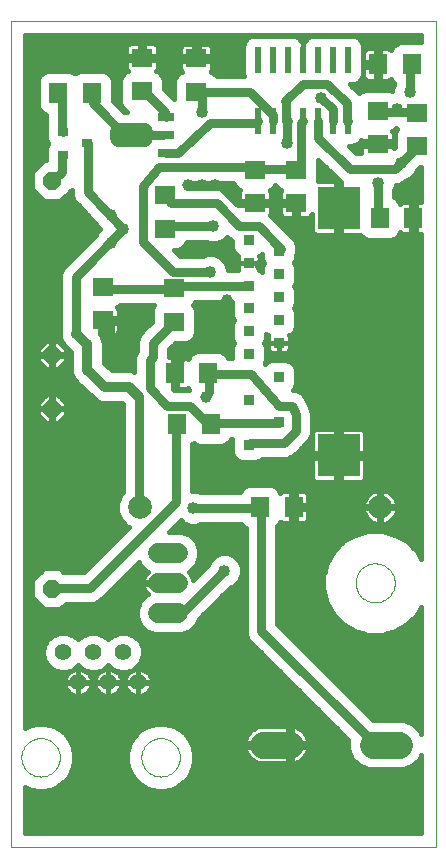
<source format=gtl>
G75*
%MOIN*%
%OFA0B0*%
%FSLAX24Y24*%
%IPPOS*%
%LPD*%
%AMOC8*
5,1,8,0,0,1.08239X$1,22.5*
%
%ADD10C,0.0000*%
%ADD11R,0.0630X0.0709*%
%ADD12R,0.0709X0.0630*%
%ADD13R,0.0710X0.0630*%
%ADD14R,0.0630X0.0710*%
%ADD15C,0.0787*%
%ADD16R,0.0357X0.0357*%
%ADD17C,0.0886*%
%ADD18OC8,0.0600*%
%ADD19C,0.0554*%
%ADD20R,0.0350X0.0310*%
%ADD21R,0.0551X0.0315*%
%ADD22R,0.0748X0.0315*%
%ADD23C,0.0600*%
%ADD24R,0.1424X0.1424*%
%ADD25R,0.0236X0.0866*%
%ADD26C,0.0660*%
%ADD27C,0.0300*%
%ADD28C,0.0400*%
%ADD29C,0.0396*%
%ADD30C,0.0320*%
%ADD31C,0.0160*%
%ADD32C,0.0181*%
D10*
X000200Y001920D02*
X000200Y029479D01*
X014374Y029479D01*
X014374Y001920D01*
X000200Y001920D01*
X000560Y004920D02*
X000562Y004970D01*
X000568Y005020D01*
X000578Y005069D01*
X000591Y005118D01*
X000609Y005165D01*
X000630Y005211D01*
X000654Y005254D01*
X000682Y005296D01*
X000713Y005336D01*
X000747Y005373D01*
X000784Y005407D01*
X000824Y005438D01*
X000866Y005466D01*
X000909Y005490D01*
X000955Y005511D01*
X001002Y005529D01*
X001051Y005542D01*
X001100Y005552D01*
X001150Y005558D01*
X001200Y005560D01*
X001250Y005558D01*
X001300Y005552D01*
X001349Y005542D01*
X001398Y005529D01*
X001445Y005511D01*
X001491Y005490D01*
X001534Y005466D01*
X001576Y005438D01*
X001616Y005407D01*
X001653Y005373D01*
X001687Y005336D01*
X001718Y005296D01*
X001746Y005254D01*
X001770Y005211D01*
X001791Y005165D01*
X001809Y005118D01*
X001822Y005069D01*
X001832Y005020D01*
X001838Y004970D01*
X001840Y004920D01*
X001838Y004870D01*
X001832Y004820D01*
X001822Y004771D01*
X001809Y004722D01*
X001791Y004675D01*
X001770Y004629D01*
X001746Y004586D01*
X001718Y004544D01*
X001687Y004504D01*
X001653Y004467D01*
X001616Y004433D01*
X001576Y004402D01*
X001534Y004374D01*
X001491Y004350D01*
X001445Y004329D01*
X001398Y004311D01*
X001349Y004298D01*
X001300Y004288D01*
X001250Y004282D01*
X001200Y004280D01*
X001150Y004282D01*
X001100Y004288D01*
X001051Y004298D01*
X001002Y004311D01*
X000955Y004329D01*
X000909Y004350D01*
X000866Y004374D01*
X000824Y004402D01*
X000784Y004433D01*
X000747Y004467D01*
X000713Y004504D01*
X000682Y004544D01*
X000654Y004586D01*
X000630Y004629D01*
X000609Y004675D01*
X000591Y004722D01*
X000578Y004771D01*
X000568Y004820D01*
X000562Y004870D01*
X000560Y004920D01*
X004560Y004920D02*
X004562Y004970D01*
X004568Y005020D01*
X004578Y005069D01*
X004591Y005118D01*
X004609Y005165D01*
X004630Y005211D01*
X004654Y005254D01*
X004682Y005296D01*
X004713Y005336D01*
X004747Y005373D01*
X004784Y005407D01*
X004824Y005438D01*
X004866Y005466D01*
X004909Y005490D01*
X004955Y005511D01*
X005002Y005529D01*
X005051Y005542D01*
X005100Y005552D01*
X005150Y005558D01*
X005200Y005560D01*
X005250Y005558D01*
X005300Y005552D01*
X005349Y005542D01*
X005398Y005529D01*
X005445Y005511D01*
X005491Y005490D01*
X005534Y005466D01*
X005576Y005438D01*
X005616Y005407D01*
X005653Y005373D01*
X005687Y005336D01*
X005718Y005296D01*
X005746Y005254D01*
X005770Y005211D01*
X005791Y005165D01*
X005809Y005118D01*
X005822Y005069D01*
X005832Y005020D01*
X005838Y004970D01*
X005840Y004920D01*
X005838Y004870D01*
X005832Y004820D01*
X005822Y004771D01*
X005809Y004722D01*
X005791Y004675D01*
X005770Y004629D01*
X005746Y004586D01*
X005718Y004544D01*
X005687Y004504D01*
X005653Y004467D01*
X005616Y004433D01*
X005576Y004402D01*
X005534Y004374D01*
X005491Y004350D01*
X005445Y004329D01*
X005398Y004311D01*
X005349Y004298D01*
X005300Y004288D01*
X005250Y004282D01*
X005200Y004280D01*
X005150Y004282D01*
X005100Y004288D01*
X005051Y004298D01*
X005002Y004311D01*
X004955Y004329D01*
X004909Y004350D01*
X004866Y004374D01*
X004824Y004402D01*
X004784Y004433D01*
X004747Y004467D01*
X004713Y004504D01*
X004682Y004544D01*
X004654Y004586D01*
X004630Y004629D01*
X004609Y004675D01*
X004591Y004722D01*
X004578Y004771D01*
X004568Y004820D01*
X004562Y004870D01*
X004560Y004920D01*
X011702Y010735D02*
X011704Y010785D01*
X011710Y010835D01*
X011720Y010885D01*
X011733Y010933D01*
X011750Y010981D01*
X011771Y011027D01*
X011795Y011071D01*
X011823Y011113D01*
X011854Y011153D01*
X011888Y011190D01*
X011925Y011225D01*
X011964Y011256D01*
X012005Y011285D01*
X012049Y011310D01*
X012095Y011332D01*
X012142Y011350D01*
X012190Y011364D01*
X012239Y011375D01*
X012289Y011382D01*
X012339Y011385D01*
X012390Y011384D01*
X012440Y011379D01*
X012490Y011370D01*
X012538Y011358D01*
X012586Y011341D01*
X012632Y011321D01*
X012677Y011298D01*
X012720Y011271D01*
X012760Y011241D01*
X012798Y011208D01*
X012833Y011172D01*
X012866Y011133D01*
X012895Y011092D01*
X012921Y011049D01*
X012944Y011004D01*
X012963Y010957D01*
X012978Y010909D01*
X012990Y010860D01*
X012998Y010810D01*
X013002Y010760D01*
X013002Y010710D01*
X012998Y010660D01*
X012990Y010610D01*
X012978Y010561D01*
X012963Y010513D01*
X012944Y010466D01*
X012921Y010421D01*
X012895Y010378D01*
X012866Y010337D01*
X012833Y010298D01*
X012798Y010262D01*
X012760Y010229D01*
X012720Y010199D01*
X012677Y010172D01*
X012632Y010149D01*
X012586Y010129D01*
X012538Y010112D01*
X012490Y010100D01*
X012440Y010091D01*
X012390Y010086D01*
X012339Y010085D01*
X012289Y010088D01*
X012239Y010095D01*
X012190Y010106D01*
X012142Y010120D01*
X012095Y010138D01*
X012049Y010160D01*
X012005Y010185D01*
X011964Y010214D01*
X011925Y010245D01*
X011888Y010280D01*
X011854Y010317D01*
X011823Y010357D01*
X011795Y010399D01*
X011771Y010443D01*
X011750Y010489D01*
X011733Y010537D01*
X011720Y010585D01*
X011710Y010635D01*
X011704Y010685D01*
X011702Y010735D01*
D11*
X006787Y017716D03*
X005685Y017716D03*
D12*
X008342Y023397D03*
X008342Y024499D03*
X009712Y024499D03*
X009712Y023397D03*
X012429Y025373D03*
X012429Y026475D03*
D13*
X013736Y026409D03*
X013736Y025290D03*
X006389Y027097D03*
X006389Y028216D03*
X004578Y028236D03*
X004578Y027116D03*
X005350Y023657D03*
X005350Y022538D03*
X005633Y020559D03*
X005633Y019439D03*
X003271Y019487D03*
X003271Y020606D03*
D14*
X005751Y016046D03*
X006870Y016046D03*
X008511Y013259D03*
X009630Y013259D03*
X012499Y022897D03*
X013619Y022897D03*
X013563Y028015D03*
X012444Y028015D03*
X002914Y027070D03*
X001794Y027070D03*
D15*
X004519Y013259D03*
X012519Y013259D03*
D16*
X009141Y016082D03*
X009141Y017601D03*
X009141Y018741D03*
X009141Y019501D03*
X009141Y020261D03*
X009141Y021021D03*
X009141Y021781D03*
X008141Y022161D03*
X008141Y021401D03*
X008141Y020641D03*
X008141Y019881D03*
X008141Y019121D03*
X008141Y018361D03*
X008141Y016842D03*
X008141Y015322D03*
D17*
X008626Y005346D02*
X009511Y005346D01*
X012267Y005346D02*
X013153Y005346D01*
D18*
X001578Y010535D03*
X001578Y016542D03*
X001578Y018334D03*
X001578Y024141D03*
D19*
X001950Y008420D03*
X002450Y007420D03*
X002950Y008420D03*
X003450Y007420D03*
X003950Y008420D03*
X004450Y007420D03*
D20*
X001930Y025011D03*
X001930Y025771D03*
X002730Y025391D03*
D21*
X005386Y025076D03*
X005386Y026257D03*
D22*
X005286Y025666D03*
D23*
X004654Y025766D02*
X004654Y025566D01*
X003818Y025566D01*
X003818Y025766D01*
X004654Y025766D01*
D24*
X011130Y023231D03*
X011130Y014987D03*
D25*
X010948Y026117D03*
X010448Y026117D03*
X009948Y026117D03*
X009448Y026117D03*
X008948Y026117D03*
X008448Y026117D03*
X008448Y028164D03*
X008948Y028164D03*
X009448Y028164D03*
X009948Y028164D03*
X010448Y028164D03*
X010948Y028164D03*
X011448Y028164D03*
X011448Y026117D03*
D26*
X005782Y011735D02*
X005122Y011735D01*
X005122Y010735D02*
X005782Y010735D01*
X005782Y009735D02*
X005122Y009735D01*
D27*
X005452Y009735D02*
X005520Y009805D01*
X005995Y009805D01*
X007325Y011135D01*
X006280Y013225D02*
X008370Y013225D01*
X008511Y013259D01*
X008560Y013225D01*
X008560Y009140D01*
X012265Y005435D01*
X012267Y005346D01*
X009320Y015410D02*
X008180Y015410D01*
X008141Y015322D01*
X009130Y016075D02*
X009141Y016082D01*
X009130Y016075D02*
X006945Y016075D01*
X006870Y016046D01*
X006784Y016046D01*
X006185Y016645D01*
X005425Y016645D01*
X004855Y017215D01*
X004855Y018165D01*
X004950Y018260D01*
X004950Y018735D01*
X005615Y019400D01*
X005633Y019439D01*
X005615Y020540D02*
X005633Y020559D01*
X005710Y020635D01*
X008085Y020635D01*
X008141Y020641D01*
X008465Y021300D02*
X008500Y021401D01*
X009141Y021781D02*
X009225Y021870D01*
X008465Y022630D01*
X007800Y022630D01*
X007087Y023384D01*
X005560Y023384D01*
X005350Y023657D01*
X004626Y023960D02*
X005140Y024593D01*
X008315Y024593D01*
X008342Y024499D01*
X008370Y024530D01*
X009605Y024530D01*
X009712Y024499D01*
X009795Y024530D01*
X009890Y024625D01*
X009890Y026050D01*
X009948Y026117D01*
X009448Y026117D02*
X009415Y026050D01*
X009415Y025385D01*
X009448Y026117D02*
X009392Y026122D01*
X009392Y026502D01*
X009385Y026771D01*
X009362Y026810D01*
X009932Y027380D01*
X010745Y027380D01*
X011410Y026715D01*
X011410Y026145D01*
X011448Y026117D01*
X010948Y026117D02*
X010935Y026145D01*
X010935Y026525D01*
X010555Y026905D01*
X010448Y026117D02*
X010460Y025955D01*
X010460Y025575D01*
X011505Y024530D01*
X013025Y024530D01*
X013215Y024720D01*
X013690Y025195D01*
X013736Y025290D01*
X013736Y026409D02*
X013690Y026430D01*
X013002Y026430D01*
X013081Y026525D01*
X013002Y026430D02*
X012550Y026430D01*
X012429Y026475D01*
X012429Y025373D02*
X011881Y025373D01*
X011736Y025227D01*
X012455Y024055D02*
X012455Y022915D01*
X012499Y022897D01*
X013500Y027095D02*
X013500Y027950D01*
X013563Y028015D01*
X008940Y026335D02*
X008180Y027095D01*
X006470Y027095D01*
X006389Y027097D01*
X006565Y027000D01*
X006565Y026430D01*
X006850Y026050D02*
X005789Y025068D01*
X005386Y025068D01*
X005386Y025076D01*
X005275Y025661D02*
X005286Y025666D01*
X005275Y025661D02*
X004420Y025661D01*
X004236Y025666D01*
X004190Y025480D01*
X002955Y026715D01*
X002955Y027000D01*
X002914Y027070D01*
X002730Y025391D02*
X002765Y025385D01*
X002765Y023770D01*
X003961Y022535D01*
X002385Y020920D01*
X002385Y019020D01*
X003271Y019487D02*
X003507Y019487D01*
X003507Y018535D01*
X004475Y016930D02*
X004475Y013320D01*
X004519Y013259D01*
X005710Y013415D02*
X002860Y010565D01*
X001625Y010565D01*
X001578Y010535D01*
X005710Y013415D02*
X005710Y015980D01*
X005751Y016046D01*
X005685Y017716D02*
X005685Y018035D01*
X006618Y018968D01*
X006618Y019125D01*
X007405Y020149D01*
X006850Y021110D02*
X005615Y021110D01*
X004626Y022100D01*
X004626Y023960D01*
X005350Y022538D02*
X005520Y022630D01*
X006945Y022630D01*
X007779Y023397D02*
X007169Y024007D01*
X007011Y024007D01*
X006539Y024007D01*
X006539Y023968D01*
X006106Y023968D01*
X006106Y024007D01*
X006539Y024007D01*
X006850Y026050D02*
X008370Y026050D01*
X008448Y026117D01*
X008940Y026145D02*
X008948Y026117D01*
X008940Y026145D02*
X008940Y026335D01*
X008342Y023397D02*
X007779Y023397D01*
X005615Y020540D02*
X003335Y020540D01*
X003271Y020606D01*
X001625Y024150D02*
X001578Y024141D01*
X001625Y024150D02*
X001910Y024435D01*
X001910Y025005D01*
X001930Y025011D01*
X001930Y025771D02*
X001910Y025860D01*
X001910Y026905D01*
X001815Y027000D01*
X001794Y027070D01*
X004578Y027116D02*
X004665Y027095D01*
X005330Y026430D01*
X005330Y026326D01*
X005386Y026257D01*
X006787Y017716D02*
X006826Y017105D01*
X006696Y016920D01*
X006850Y017690D02*
X006787Y017716D01*
X006850Y017690D02*
X008210Y017690D01*
X009137Y016645D01*
X009225Y016645D01*
X009383Y016645D01*
X009573Y016645D01*
X009700Y016360D01*
X009700Y015790D01*
X009320Y015410D01*
D28*
X007325Y011135D03*
X006280Y013225D03*
X006850Y021110D03*
X006945Y022630D03*
X006565Y026430D03*
X003961Y022535D03*
X009415Y025385D03*
X010555Y026905D03*
X012455Y024055D03*
X013215Y024720D03*
X013081Y026525D03*
X013500Y027095D03*
D29*
X011736Y025227D03*
X007405Y020149D03*
X007405Y019637D03*
X007405Y019125D03*
X006696Y016920D03*
X003507Y018535D03*
X003193Y016527D03*
X003232Y015936D03*
X003232Y015385D03*
X003547Y022078D03*
X003547Y022983D03*
X006106Y024007D03*
X006578Y024007D03*
X007011Y024007D03*
D30*
X004131Y017275D02*
X003350Y017275D01*
X002759Y017826D01*
X002759Y018686D01*
X002385Y019020D01*
X004131Y017275D02*
X004475Y016930D01*
D31*
X004325Y017779D02*
X004238Y017815D01*
X003563Y017815D01*
X003299Y018061D01*
X003299Y018594D01*
X003305Y018608D01*
X003299Y018701D01*
X003299Y018793D01*
X003294Y018807D01*
X003293Y018823D01*
X003253Y018906D01*
X003217Y018992D01*
X003206Y019003D01*
X003200Y019016D01*
X003194Y019022D01*
X003194Y019409D01*
X003349Y019409D01*
X003349Y019564D01*
X003806Y019564D01*
X003806Y019825D01*
X003794Y019871D01*
X003770Y019912D01*
X003751Y019932D01*
X003841Y019969D01*
X003883Y020010D01*
X004975Y020010D01*
X004986Y019999D01*
X004956Y019969D01*
X004899Y019830D01*
X004899Y019433D01*
X004650Y019185D01*
X004501Y019036D01*
X004420Y018841D01*
X004420Y018480D01*
X004406Y018466D01*
X004325Y018271D01*
X004325Y017779D01*
X004325Y017929D02*
X003440Y017929D01*
X003299Y018087D02*
X004325Y018087D01*
X004325Y018246D02*
X003299Y018246D01*
X003299Y018404D02*
X004381Y018404D01*
X004420Y018563D02*
X003299Y018563D01*
X003299Y018721D02*
X004420Y018721D01*
X004437Y018880D02*
X003265Y018880D01*
X003349Y018992D02*
X003650Y018992D01*
X003696Y019004D01*
X003737Y019028D01*
X003770Y019061D01*
X003794Y019102D01*
X003806Y019148D01*
X003806Y019409D01*
X003349Y019409D01*
X003349Y018992D01*
X003349Y019038D02*
X003194Y019038D01*
X003194Y019197D02*
X003349Y019197D01*
X003349Y019355D02*
X003194Y019355D01*
X003349Y019514D02*
X004899Y019514D01*
X004899Y019672D02*
X003806Y019672D01*
X003805Y019831D02*
X004899Y019831D01*
X004976Y019989D02*
X003862Y019989D01*
X003806Y019355D02*
X004821Y019355D01*
X004662Y019197D02*
X003806Y019197D01*
X003748Y019038D02*
X004504Y019038D01*
X004650Y019185D02*
X004650Y019185D01*
X005480Y018516D02*
X005480Y018250D01*
X005607Y018250D01*
X005607Y017793D01*
X005762Y017793D01*
X005762Y018250D01*
X006023Y018250D01*
X006069Y018238D01*
X006110Y018214D01*
X006117Y018207D01*
X006150Y018285D01*
X006257Y018392D01*
X006396Y018450D01*
X007178Y018450D01*
X007317Y018392D01*
X007424Y018285D01*
X007451Y018220D01*
X007582Y018220D01*
X007582Y018616D01*
X007634Y018741D01*
X007582Y018867D01*
X007582Y019375D01*
X007634Y019501D01*
X007582Y019627D01*
X007582Y020105D01*
X006342Y020105D01*
X006311Y020029D01*
X006281Y019999D01*
X006311Y019969D01*
X006368Y019830D01*
X006368Y019049D01*
X006311Y018909D01*
X006204Y018802D01*
X006064Y018744D01*
X005709Y018744D01*
X005480Y018516D01*
X005527Y018563D02*
X007582Y018563D01*
X007582Y018404D02*
X007288Y018404D01*
X007440Y018246D02*
X007582Y018246D01*
X007626Y018721D02*
X005686Y018721D01*
X005480Y018404D02*
X006286Y018404D01*
X006134Y018246D02*
X006039Y018246D01*
X005762Y018246D02*
X005607Y018246D01*
X005607Y018087D02*
X005762Y018087D01*
X005762Y017929D02*
X005607Y017929D01*
X005607Y017638D02*
X005762Y017638D01*
X005762Y017181D01*
X006023Y017181D01*
X006069Y017194D01*
X006110Y017217D01*
X006117Y017225D01*
X006138Y017175D01*
X005645Y017175D01*
X005607Y017213D01*
X005607Y017638D01*
X005607Y017612D02*
X005762Y017612D01*
X005762Y017453D02*
X005607Y017453D01*
X005607Y017295D02*
X005762Y017295D01*
X006281Y018880D02*
X007582Y018880D01*
X007582Y019038D02*
X006364Y019038D01*
X006368Y019197D02*
X007582Y019197D01*
X007582Y019355D02*
X006368Y019355D01*
X006368Y019514D02*
X007629Y019514D01*
X007582Y019672D02*
X006368Y019672D01*
X006368Y019831D02*
X007582Y019831D01*
X007582Y019989D02*
X006291Y019989D01*
X006614Y021640D02*
X005835Y021640D01*
X005633Y021843D01*
X005781Y021843D01*
X005920Y021901D01*
X006027Y022007D01*
X006066Y022100D01*
X006709Y022100D01*
X006830Y022050D01*
X007061Y022050D01*
X007274Y022139D01*
X007408Y022273D01*
X007421Y022261D01*
X007488Y022189D01*
X007495Y022186D01*
X007500Y022181D01*
X007582Y022147D01*
X007582Y021906D01*
X007640Y021767D01*
X007747Y021660D01*
X007792Y021641D01*
X007782Y021603D01*
X007782Y021401D01*
X008141Y021401D01*
X008500Y021401D01*
X008500Y021603D01*
X008490Y021641D01*
X008535Y021660D01*
X008582Y021707D01*
X008582Y021526D01*
X008634Y021401D01*
X008582Y021275D01*
X008582Y021094D01*
X008535Y021142D01*
X008490Y021161D01*
X008500Y021198D01*
X008500Y021401D01*
X008141Y021401D01*
X008141Y021401D01*
X008141Y021401D01*
X007782Y021401D01*
X007782Y021198D01*
X007791Y021165D01*
X007430Y021165D01*
X007430Y021226D01*
X007342Y021439D01*
X007179Y021602D01*
X006966Y021690D01*
X006735Y021690D01*
X006614Y021640D01*
X006045Y022050D02*
X007582Y022050D01*
X007588Y021891D02*
X005898Y021891D01*
X005742Y021733D02*
X007674Y021733D01*
X007782Y021574D02*
X007207Y021574D01*
X007352Y021416D02*
X007782Y021416D01*
X007782Y021257D02*
X007417Y021257D01*
X007470Y022208D02*
X007344Y022208D01*
X007878Y023319D02*
X007539Y023677D01*
X007536Y023684D01*
X007466Y023753D01*
X007399Y023825D01*
X007392Y023828D01*
X007387Y023833D01*
X007296Y023870D01*
X007206Y023911D01*
X007199Y023911D01*
X007192Y023914D01*
X007094Y023914D01*
X006995Y023916D01*
X006989Y023914D01*
X006085Y023914D01*
X006085Y024048D01*
X006079Y024063D01*
X007627Y024063D01*
X007666Y023969D01*
X007773Y023862D01*
X007851Y023829D01*
X007844Y023822D01*
X007820Y023781D01*
X007808Y023735D01*
X007808Y023474D01*
X008265Y023474D01*
X008265Y023319D01*
X007878Y023319D01*
X007808Y023476D02*
X007729Y023476D01*
X007808Y023635D02*
X007579Y023635D01*
X007428Y023793D02*
X007827Y023793D01*
X007683Y023952D02*
X006085Y023952D01*
X005654Y026856D02*
X005313Y027197D01*
X005313Y027507D01*
X005255Y027647D01*
X005149Y027754D01*
X005058Y027791D01*
X005077Y027811D01*
X005101Y027852D01*
X005113Y027897D01*
X005113Y028159D01*
X004656Y028159D01*
X004656Y028314D01*
X004501Y028314D01*
X004501Y028731D01*
X004200Y028731D01*
X004154Y028719D01*
X004113Y028695D01*
X004079Y028662D01*
X004056Y028621D01*
X004043Y028575D01*
X004043Y028314D01*
X004501Y028314D01*
X004501Y028159D01*
X004043Y028159D01*
X004043Y027897D01*
X004056Y027852D01*
X004079Y027811D01*
X004099Y027791D01*
X004008Y027754D01*
X003901Y027647D01*
X003843Y027507D01*
X003843Y026726D01*
X003901Y026586D01*
X004008Y026479D01*
X004088Y026446D01*
X003974Y026446D01*
X003609Y026812D01*
X003609Y027500D01*
X003551Y027640D01*
X003444Y027747D01*
X003304Y027805D01*
X002523Y027805D01*
X002384Y027747D01*
X002354Y027717D01*
X002324Y027747D01*
X002185Y027805D01*
X001404Y027805D01*
X001264Y027747D01*
X001157Y027640D01*
X001099Y027500D01*
X001099Y026639D01*
X001157Y026500D01*
X001264Y026393D01*
X001380Y026345D01*
X001380Y026014D01*
X001375Y026002D01*
X001375Y025877D01*
X001370Y025848D01*
X001375Y025825D01*
X001375Y025540D01*
X001433Y025401D01*
X001443Y025391D01*
X001433Y025381D01*
X001375Y025242D01*
X001375Y024993D01*
X001372Y024963D01*
X001375Y024950D01*
X001375Y024821D01*
X001297Y024821D01*
X000898Y024423D01*
X000898Y023859D01*
X001297Y023461D01*
X001860Y023461D01*
X002235Y023836D01*
X002235Y023775D01*
X002234Y023674D01*
X002235Y023669D01*
X002235Y023665D01*
X002274Y023571D01*
X002311Y023477D01*
X002314Y023474D01*
X002316Y023470D01*
X002388Y023399D01*
X003019Y022746D01*
X003057Y022656D01*
X003182Y022531D01*
X003057Y022405D01*
X003029Y022340D01*
X002008Y021293D01*
X001936Y021221D01*
X001935Y021217D01*
X001932Y021215D01*
X001894Y021120D01*
X001855Y021026D01*
X001855Y021022D01*
X001854Y021019D01*
X001855Y020917D01*
X001855Y019141D01*
X001840Y019098D01*
X001852Y018883D01*
X001945Y018690D01*
X002219Y018444D01*
X002219Y017924D01*
X002216Y017915D01*
X002219Y017817D01*
X002219Y017718D01*
X002223Y017710D01*
X002223Y017700D01*
X002264Y017611D01*
X002302Y017520D01*
X002308Y017513D01*
X002312Y017504D01*
X002384Y017437D01*
X002454Y017368D01*
X002462Y017364D01*
X002975Y016886D01*
X003044Y016817D01*
X003053Y016813D01*
X003060Y016807D01*
X003152Y016772D01*
X003243Y016735D01*
X003252Y016735D01*
X003261Y016731D01*
X003359Y016735D01*
X003907Y016735D01*
X003945Y016697D01*
X003945Y013779D01*
X003863Y013697D01*
X003746Y013413D01*
X003746Y013105D01*
X003863Y012821D01*
X004081Y012603D01*
X004129Y012583D01*
X002641Y011095D01*
X001979Y011095D01*
X001860Y011215D01*
X001297Y011215D01*
X000898Y010816D01*
X000898Y010253D01*
X001297Y009855D01*
X001860Y009855D01*
X002041Y010035D01*
X002966Y010035D01*
X003161Y010116D01*
X003310Y010265D01*
X004479Y011434D01*
X004520Y011333D01*
X004720Y011133D01*
X004776Y011110D01*
X004733Y011068D01*
X004686Y011003D01*
X004650Y010931D01*
X004625Y010855D01*
X004612Y010775D01*
X004612Y010765D01*
X005422Y010765D01*
X005422Y010705D01*
X004612Y010705D01*
X004612Y010695D01*
X004625Y010616D01*
X004650Y010540D01*
X004686Y010468D01*
X004733Y010403D01*
X004776Y010360D01*
X004720Y010337D01*
X004520Y010138D01*
X004412Y009877D01*
X004412Y009594D01*
X004520Y009333D01*
X004720Y009133D01*
X004981Y009025D01*
X005924Y009025D01*
X006185Y009133D01*
X006384Y009333D01*
X006463Y009524D01*
X007533Y010594D01*
X007654Y010644D01*
X007817Y010807D01*
X007905Y011020D01*
X007905Y011251D01*
X007817Y011464D01*
X007654Y011627D01*
X007441Y011715D01*
X007210Y011715D01*
X006997Y011627D01*
X006834Y011464D01*
X006784Y011343D01*
X006282Y010841D01*
X006280Y010855D01*
X006255Y010931D01*
X006219Y011003D01*
X006171Y011068D01*
X006129Y011110D01*
X006185Y011133D01*
X006384Y011333D01*
X006492Y011594D01*
X006492Y011877D01*
X006384Y012138D01*
X006185Y012337D01*
X005924Y012445D01*
X005490Y012445D01*
X005865Y012820D01*
X005952Y012734D01*
X006165Y012645D01*
X006396Y012645D01*
X006516Y012695D01*
X007871Y012695D01*
X007874Y012689D01*
X007980Y012582D01*
X008030Y012561D01*
X008030Y009035D01*
X008111Y008840D01*
X011444Y005507D01*
X011444Y005182D01*
X011570Y004879D01*
X011801Y004648D01*
X012104Y004523D01*
X013317Y004523D01*
X013619Y004648D01*
X013851Y004879D01*
X013894Y004983D01*
X013894Y002400D01*
X000680Y002400D01*
X000680Y003927D01*
X000768Y003877D01*
X001053Y003800D01*
X001348Y003800D01*
X001633Y003877D01*
X001888Y004024D01*
X001954Y004090D01*
X001984Y004090D01*
X002030Y004137D01*
X002030Y004166D01*
X002097Y004233D01*
X002244Y004488D01*
X002320Y004773D01*
X002320Y005068D01*
X002244Y005353D01*
X002097Y005608D01*
X002030Y005674D01*
X002030Y005704D01*
X001984Y005750D01*
X001954Y005750D01*
X001888Y005817D01*
X001633Y005964D01*
X001348Y006040D01*
X001053Y006040D01*
X000768Y005964D01*
X000680Y005913D01*
X000680Y028999D01*
X013894Y028999D01*
X013894Y028750D01*
X013173Y028750D01*
X013033Y028692D01*
X012926Y028585D01*
X012889Y028494D01*
X012869Y028514D01*
X012828Y028538D01*
X012782Y028550D01*
X012521Y028550D01*
X012521Y028092D01*
X012366Y028092D01*
X012366Y027937D01*
X012521Y027937D01*
X012521Y027480D01*
X012782Y027480D01*
X012828Y027492D01*
X012869Y027516D01*
X012889Y027535D01*
X012926Y027445D01*
X012970Y027401D01*
X012970Y027331D01*
X012920Y027211D01*
X012920Y027145D01*
X012859Y027170D01*
X011999Y027170D01*
X011859Y027113D01*
X011811Y027064D01*
X011524Y027351D01*
X011642Y027351D01*
X011782Y027409D01*
X011889Y027516D01*
X011947Y027656D01*
X011947Y028673D01*
X011889Y028813D01*
X011782Y028920D01*
X011642Y028978D01*
X011255Y028978D01*
X011198Y028954D01*
X011142Y028978D01*
X010755Y028978D01*
X010698Y028954D01*
X010642Y028978D01*
X010255Y028978D01*
X010115Y028920D01*
X010008Y028813D01*
X009994Y028778D01*
X009948Y028778D01*
X009903Y028778D01*
X009889Y028813D01*
X009782Y028920D01*
X009642Y028978D01*
X009255Y028978D01*
X009198Y028954D01*
X009142Y028978D01*
X008755Y028978D01*
X008698Y028954D01*
X008642Y028978D01*
X008255Y028978D01*
X008115Y028920D01*
X008008Y028813D01*
X007950Y028673D01*
X007950Y027656D01*
X007963Y027625D01*
X007067Y027625D01*
X007066Y027627D01*
X006960Y027734D01*
X006869Y027771D01*
X006888Y027791D01*
X006912Y027832D01*
X006924Y027878D01*
X006924Y028139D01*
X006467Y028139D01*
X006467Y028294D01*
X006924Y028294D01*
X006924Y028555D01*
X006912Y028601D01*
X006888Y028642D01*
X006855Y028675D01*
X006814Y028699D01*
X006768Y028711D01*
X006467Y028711D01*
X006467Y028294D01*
X006312Y028294D01*
X006312Y028711D01*
X006011Y028711D01*
X005965Y028699D01*
X005924Y028675D01*
X005890Y028642D01*
X005867Y028601D01*
X005854Y028555D01*
X005854Y028294D01*
X006312Y028294D01*
X006312Y028139D01*
X005854Y028139D01*
X005854Y027878D01*
X005867Y027832D01*
X005890Y027791D01*
X005910Y027771D01*
X005819Y027734D01*
X005712Y027627D01*
X005654Y027487D01*
X005654Y026856D01*
X005654Y026963D02*
X005547Y026963D01*
X005654Y027122D02*
X005388Y027122D01*
X005313Y027280D02*
X005654Y027280D01*
X005654Y027439D02*
X005313Y027439D01*
X005276Y027597D02*
X005700Y027597D01*
X005872Y027756D02*
X005143Y027756D01*
X005113Y027914D02*
X005854Y027914D01*
X005854Y028073D02*
X005113Y028073D01*
X005113Y028314D02*
X005113Y028575D01*
X005101Y028621D01*
X005077Y028662D01*
X005044Y028695D01*
X005003Y028719D01*
X004957Y028731D01*
X004656Y028731D01*
X004656Y028314D01*
X005113Y028314D01*
X005113Y028390D02*
X005854Y028390D01*
X005854Y028548D02*
X005113Y028548D01*
X005023Y028707D02*
X005994Y028707D01*
X006312Y028707D02*
X006467Y028707D01*
X006467Y028548D02*
X006312Y028548D01*
X006312Y028390D02*
X006467Y028390D01*
X006467Y028231D02*
X007950Y028231D01*
X007950Y028073D02*
X006924Y028073D01*
X006924Y027914D02*
X007950Y027914D01*
X007950Y027756D02*
X006906Y027756D01*
X006924Y028390D02*
X007950Y028390D01*
X007950Y028548D02*
X006924Y028548D01*
X006785Y028707D02*
X007964Y028707D01*
X008061Y028865D02*
X000680Y028865D01*
X000680Y028707D02*
X004133Y028707D01*
X004043Y028548D02*
X000680Y028548D01*
X000680Y028390D02*
X004043Y028390D01*
X004043Y028073D02*
X000680Y028073D01*
X000680Y028231D02*
X004501Y028231D01*
X004656Y028231D02*
X006312Y028231D01*
X004656Y028390D02*
X004501Y028390D01*
X004501Y028548D02*
X004656Y028548D01*
X004656Y028707D02*
X004501Y028707D01*
X004043Y027914D02*
X000680Y027914D01*
X000680Y027756D02*
X001285Y027756D01*
X001139Y027597D02*
X000680Y027597D01*
X000680Y027439D02*
X001099Y027439D01*
X001099Y027280D02*
X000680Y027280D01*
X000680Y027122D02*
X001099Y027122D01*
X001099Y026963D02*
X000680Y026963D01*
X000680Y026805D02*
X001099Y026805D01*
X001099Y026646D02*
X000680Y026646D01*
X000680Y026488D02*
X001169Y026488D01*
X001380Y026329D02*
X000680Y026329D01*
X000680Y026171D02*
X001380Y026171D01*
X001380Y026012D02*
X000680Y026012D01*
X000680Y025854D02*
X001371Y025854D01*
X001375Y025695D02*
X000680Y025695D01*
X000680Y025537D02*
X001377Y025537D01*
X001432Y025378D02*
X000680Y025378D01*
X000680Y025220D02*
X001375Y025220D01*
X001375Y025061D02*
X000680Y025061D01*
X000680Y024903D02*
X001375Y024903D01*
X001220Y024744D02*
X000680Y024744D01*
X000680Y024586D02*
X001062Y024586D01*
X000903Y024427D02*
X000680Y024427D01*
X000680Y024269D02*
X000898Y024269D01*
X000898Y024110D02*
X000680Y024110D01*
X000680Y023952D02*
X000898Y023952D01*
X000964Y023793D02*
X000680Y023793D01*
X000680Y023635D02*
X001123Y023635D01*
X001281Y023476D02*
X000680Y023476D01*
X000680Y023318D02*
X002466Y023318D01*
X002619Y023159D02*
X000680Y023159D01*
X000680Y023001D02*
X002773Y023001D01*
X002926Y022842D02*
X000680Y022842D01*
X000680Y022684D02*
X003045Y022684D01*
X003177Y022525D02*
X000680Y022525D01*
X000680Y022367D02*
X003041Y022367D01*
X002902Y022208D02*
X000680Y022208D01*
X000680Y022050D02*
X002747Y022050D01*
X002592Y021891D02*
X000680Y021891D01*
X000680Y021733D02*
X002438Y021733D01*
X002283Y021574D02*
X000680Y021574D01*
X000680Y021416D02*
X002128Y021416D01*
X001973Y021257D02*
X000680Y021257D01*
X000680Y021099D02*
X001886Y021099D01*
X001855Y020940D02*
X000680Y020940D01*
X000680Y020782D02*
X001855Y020782D01*
X001855Y020623D02*
X000680Y020623D01*
X000680Y020465D02*
X001855Y020465D01*
X001855Y020306D02*
X000680Y020306D01*
X000680Y020148D02*
X001855Y020148D01*
X001855Y019989D02*
X000680Y019989D01*
X000680Y019831D02*
X001855Y019831D01*
X001855Y019672D02*
X000680Y019672D01*
X000680Y019514D02*
X001855Y019514D01*
X001855Y019355D02*
X000680Y019355D01*
X000680Y019197D02*
X001855Y019197D01*
X001844Y019038D02*
X000680Y019038D01*
X000680Y018880D02*
X001854Y018880D01*
X001777Y018814D02*
X002058Y018533D01*
X002058Y018354D01*
X001598Y018354D01*
X001558Y018354D01*
X001558Y018314D01*
X001098Y018314D01*
X001098Y018135D01*
X001380Y017854D01*
X001558Y017854D01*
X001558Y018314D01*
X001598Y018314D01*
X001598Y017854D01*
X001777Y017854D01*
X002058Y018135D01*
X002058Y018314D01*
X001598Y018314D01*
X001598Y018354D01*
X001598Y018814D01*
X001777Y018814D01*
X001870Y018721D02*
X001930Y018721D01*
X002028Y018563D02*
X002087Y018563D01*
X002058Y018404D02*
X002219Y018404D01*
X002219Y018246D02*
X002058Y018246D01*
X002011Y018087D02*
X002219Y018087D01*
X002219Y017929D02*
X001852Y017929D01*
X001598Y017929D02*
X001558Y017929D01*
X001558Y018087D02*
X001598Y018087D01*
X001598Y018246D02*
X001558Y018246D01*
X001558Y018354D02*
X001098Y018354D01*
X001098Y018533D01*
X001380Y018814D01*
X001558Y018814D01*
X001558Y018354D01*
X001558Y018404D02*
X001598Y018404D01*
X001598Y018563D02*
X001558Y018563D01*
X001558Y018721D02*
X001598Y018721D01*
X001287Y018721D02*
X000680Y018721D01*
X000680Y018563D02*
X001129Y018563D01*
X001098Y018404D02*
X000680Y018404D01*
X000680Y018246D02*
X001098Y018246D01*
X001146Y018087D02*
X000680Y018087D01*
X000680Y017929D02*
X001304Y017929D01*
X001380Y017022D02*
X001098Y016741D01*
X001098Y016562D01*
X001558Y016562D01*
X001558Y016522D01*
X001098Y016522D01*
X001098Y016344D01*
X000680Y016344D01*
X000680Y016502D02*
X001098Y016502D01*
X001098Y016344D02*
X001380Y016062D01*
X001558Y016062D01*
X001558Y016522D01*
X001598Y016522D01*
X001598Y016062D01*
X001777Y016062D01*
X002058Y016344D01*
X003945Y016344D01*
X003945Y016502D02*
X002058Y016502D01*
X002058Y016522D02*
X001598Y016522D01*
X001598Y016562D01*
X002058Y016562D01*
X002058Y016741D01*
X001777Y017022D01*
X001598Y017022D01*
X001598Y016562D01*
X001558Y016562D01*
X001558Y017022D01*
X001380Y017022D01*
X001335Y016978D02*
X000680Y016978D01*
X000680Y017136D02*
X002707Y017136D01*
X002537Y017295D02*
X000680Y017295D01*
X000680Y017453D02*
X002367Y017453D01*
X002264Y017612D02*
X000680Y017612D01*
X000680Y017770D02*
X002219Y017770D01*
X001822Y016978D02*
X002877Y016978D01*
X003042Y016819D02*
X001980Y016819D01*
X002058Y016661D02*
X003945Y016661D01*
X003945Y016185D02*
X001900Y016185D01*
X002058Y016344D02*
X002058Y016522D01*
X001598Y016502D02*
X001558Y016502D01*
X001558Y016344D02*
X001598Y016344D01*
X001598Y016185D02*
X001558Y016185D01*
X001257Y016185D02*
X000680Y016185D01*
X000680Y016027D02*
X003945Y016027D01*
X003945Y015868D02*
X000680Y015868D01*
X000680Y015710D02*
X003945Y015710D01*
X003945Y015551D02*
X000680Y015551D01*
X000680Y015393D02*
X003945Y015393D01*
X003945Y015234D02*
X000680Y015234D01*
X000680Y015076D02*
X003945Y015076D01*
X003945Y014917D02*
X000680Y014917D01*
X000680Y014759D02*
X003945Y014759D01*
X003945Y014600D02*
X000680Y014600D01*
X000680Y014442D02*
X003945Y014442D01*
X003945Y014283D02*
X000680Y014283D01*
X000680Y014125D02*
X003945Y014125D01*
X003945Y013966D02*
X000680Y013966D01*
X000680Y013808D02*
X003945Y013808D01*
X003844Y013649D02*
X000680Y013649D01*
X000680Y013491D02*
X003778Y013491D01*
X003746Y013332D02*
X000680Y013332D01*
X000680Y013174D02*
X003746Y013174D01*
X003783Y013015D02*
X000680Y013015D01*
X000680Y012857D02*
X003848Y012857D01*
X003986Y012698D02*
X000680Y012698D01*
X000680Y012540D02*
X004085Y012540D01*
X003927Y012381D02*
X000680Y012381D01*
X000680Y012223D02*
X003768Y012223D01*
X003610Y012064D02*
X000680Y012064D01*
X000680Y011906D02*
X003451Y011906D01*
X003293Y011747D02*
X000680Y011747D01*
X000680Y011589D02*
X003134Y011589D01*
X002976Y011430D02*
X000680Y011430D01*
X000680Y011272D02*
X002817Y011272D01*
X002659Y011113D02*
X001961Y011113D01*
X002009Y010004D02*
X004465Y010004D01*
X004412Y009845D02*
X000680Y009845D01*
X000680Y009687D02*
X004412Y009687D01*
X004440Y009528D02*
X000680Y009528D01*
X000680Y009370D02*
X004505Y009370D01*
X004642Y009211D02*
X000680Y009211D01*
X000680Y009053D02*
X001760Y009053D01*
X001820Y009078D02*
X001578Y008977D01*
X001393Y008793D01*
X001293Y008551D01*
X001293Y008290D01*
X001393Y008048D01*
X001578Y007863D01*
X001820Y007763D01*
X002081Y007763D01*
X002269Y007841D01*
X002211Y007811D01*
X002153Y007769D01*
X002102Y007718D01*
X002059Y007660D01*
X002027Y007596D01*
X002004Y007527D01*
X001993Y007456D01*
X001993Y007429D01*
X002442Y007429D01*
X002442Y007878D01*
X002414Y007878D01*
X002343Y007866D01*
X002281Y007846D01*
X002323Y007863D01*
X002450Y007991D01*
X002578Y007863D01*
X002620Y007846D01*
X002557Y007866D01*
X002486Y007878D01*
X002459Y007878D01*
X002459Y007429D01*
X002442Y007429D01*
X002442Y007412D01*
X002459Y007412D01*
X002459Y007429D01*
X002908Y007429D01*
X002908Y007456D01*
X002896Y007527D01*
X002874Y007596D01*
X002841Y007660D01*
X002799Y007718D01*
X002748Y007769D01*
X002690Y007811D01*
X002632Y007841D01*
X002820Y007763D01*
X003081Y007763D01*
X003269Y007841D01*
X003211Y007811D01*
X003153Y007769D01*
X003102Y007718D01*
X003059Y007660D01*
X003027Y007596D01*
X003004Y007527D01*
X002993Y007456D01*
X002993Y007429D01*
X003442Y007429D01*
X003442Y007878D01*
X003414Y007878D01*
X003343Y007866D01*
X003281Y007846D01*
X003323Y007863D01*
X003450Y007991D01*
X003578Y007863D01*
X003620Y007846D01*
X003557Y007866D01*
X003486Y007878D01*
X003459Y007878D01*
X003459Y007429D01*
X003442Y007429D01*
X003442Y007412D01*
X003459Y007412D01*
X003459Y007429D01*
X003908Y007429D01*
X003908Y007456D01*
X003896Y007527D01*
X003874Y007596D01*
X003841Y007660D01*
X003799Y007718D01*
X003748Y007769D01*
X003690Y007811D01*
X003632Y007841D01*
X003820Y007763D01*
X004081Y007763D01*
X004269Y007841D01*
X004211Y007811D01*
X004153Y007769D01*
X004102Y007718D01*
X004059Y007660D01*
X004027Y007596D01*
X004004Y007527D01*
X003993Y007456D01*
X003993Y007429D01*
X004442Y007429D01*
X004442Y007878D01*
X004414Y007878D01*
X004343Y007866D01*
X004281Y007846D01*
X004323Y007863D01*
X004508Y008048D01*
X004608Y008290D01*
X004608Y008551D01*
X004508Y008793D01*
X004323Y008977D01*
X004081Y009078D01*
X003820Y009078D01*
X003578Y008977D01*
X003450Y008850D01*
X003323Y008977D01*
X003081Y009078D01*
X002820Y009078D01*
X002578Y008977D01*
X002450Y008850D01*
X002323Y008977D01*
X002081Y009078D01*
X001820Y009078D01*
X002141Y009053D02*
X002760Y009053D01*
X002495Y008894D02*
X002406Y008894D01*
X002403Y007943D02*
X002498Y007943D01*
X002459Y007785D02*
X002442Y007785D01*
X002442Y007626D02*
X002459Y007626D01*
X002442Y007468D02*
X002459Y007468D01*
X002459Y007412D02*
X002908Y007412D01*
X002908Y007384D01*
X002896Y007313D01*
X002874Y007245D01*
X002841Y007181D01*
X002799Y007123D01*
X002748Y007072D01*
X002690Y007029D01*
X002626Y006997D01*
X002557Y006974D01*
X002486Y006963D01*
X002459Y006963D01*
X002459Y007412D01*
X002442Y007412D02*
X002442Y006963D01*
X002414Y006963D01*
X002343Y006974D01*
X002275Y006997D01*
X002211Y007029D01*
X002153Y007072D01*
X002102Y007123D01*
X002059Y007181D01*
X002027Y007245D01*
X002004Y007313D01*
X001993Y007384D01*
X001993Y007412D01*
X002442Y007412D01*
X002442Y007309D02*
X002459Y007309D01*
X002442Y007151D02*
X002459Y007151D01*
X002442Y006992D02*
X002459Y006992D01*
X002613Y006992D02*
X003288Y006992D01*
X003275Y006997D02*
X003343Y006974D01*
X003414Y006963D01*
X003442Y006963D01*
X003442Y007412D01*
X002993Y007412D01*
X002993Y007384D01*
X003004Y007313D01*
X003027Y007245D01*
X003059Y007181D01*
X003102Y007123D01*
X003153Y007072D01*
X003211Y007029D01*
X003275Y006997D01*
X003442Y006992D02*
X003459Y006992D01*
X003459Y006963D02*
X003486Y006963D01*
X003557Y006974D01*
X003626Y006997D01*
X003690Y007029D01*
X003748Y007072D01*
X003799Y007123D01*
X003841Y007181D01*
X003874Y007245D01*
X003896Y007313D01*
X003908Y007384D01*
X003908Y007412D01*
X003459Y007412D01*
X003459Y006963D01*
X003613Y006992D02*
X004288Y006992D01*
X004275Y006997D02*
X004343Y006974D01*
X004414Y006963D01*
X004442Y006963D01*
X004442Y007412D01*
X004459Y007412D01*
X004459Y007429D01*
X004442Y007429D01*
X004442Y007412D01*
X003993Y007412D01*
X003993Y007384D01*
X004004Y007313D01*
X004027Y007245D01*
X004059Y007181D01*
X004102Y007123D01*
X004153Y007072D01*
X004211Y007029D01*
X004275Y006997D01*
X004442Y006992D02*
X004459Y006992D01*
X004459Y006963D02*
X004486Y006963D01*
X004557Y006974D01*
X004626Y006997D01*
X004690Y007029D01*
X004748Y007072D01*
X004799Y007123D01*
X004841Y007181D01*
X004874Y007245D01*
X004896Y007313D01*
X004908Y007384D01*
X004908Y007412D01*
X004459Y007412D01*
X004459Y006963D01*
X004613Y006992D02*
X009959Y006992D01*
X010117Y006834D02*
X000680Y006834D01*
X000680Y006992D02*
X002288Y006992D01*
X002081Y007151D02*
X000680Y007151D01*
X000680Y007309D02*
X002006Y007309D01*
X001995Y007468D02*
X000680Y007468D01*
X000680Y007626D02*
X002042Y007626D01*
X002133Y007785D02*
X002174Y007785D01*
X001767Y007785D02*
X000680Y007785D01*
X000680Y007943D02*
X001498Y007943D01*
X001371Y008102D02*
X000680Y008102D01*
X000680Y008260D02*
X001305Y008260D01*
X001293Y008419D02*
X000680Y008419D01*
X000680Y008577D02*
X001304Y008577D01*
X001370Y008736D02*
X000680Y008736D01*
X000680Y008894D02*
X001495Y008894D01*
X001147Y010004D02*
X000680Y010004D01*
X000680Y010162D02*
X000989Y010162D01*
X000898Y010321D02*
X000680Y010321D01*
X000680Y010479D02*
X000898Y010479D01*
X000898Y010638D02*
X000680Y010638D01*
X000680Y010796D02*
X000898Y010796D01*
X001037Y010955D02*
X000680Y010955D01*
X000680Y011113D02*
X001196Y011113D01*
X002726Y007785D02*
X002767Y007785D01*
X002859Y007626D02*
X003042Y007626D01*
X002995Y007468D02*
X002906Y007468D01*
X002895Y007309D02*
X003006Y007309D01*
X003081Y007151D02*
X002820Y007151D01*
X003133Y007785D02*
X003174Y007785D01*
X003442Y007785D02*
X003459Y007785D01*
X003442Y007626D02*
X003459Y007626D01*
X003442Y007468D02*
X003459Y007468D01*
X003442Y007309D02*
X003459Y007309D01*
X003442Y007151D02*
X003459Y007151D01*
X003726Y007785D02*
X003767Y007785D01*
X003859Y007626D02*
X004042Y007626D01*
X003995Y007468D02*
X003906Y007468D01*
X003895Y007309D02*
X004006Y007309D01*
X004081Y007151D02*
X003820Y007151D01*
X004133Y007785D02*
X004174Y007785D01*
X004442Y007785D02*
X004459Y007785D01*
X004459Y007878D02*
X004486Y007878D01*
X004557Y007866D01*
X004626Y007844D01*
X004690Y007811D01*
X004748Y007769D01*
X004799Y007718D01*
X004841Y007660D01*
X004874Y007596D01*
X004896Y007527D01*
X004908Y007456D01*
X004908Y007429D01*
X004459Y007429D01*
X004459Y007878D01*
X004403Y007943D02*
X009008Y007943D01*
X009166Y007785D02*
X004726Y007785D01*
X004859Y007626D02*
X009325Y007626D01*
X009483Y007468D02*
X004906Y007468D01*
X004895Y007309D02*
X009642Y007309D01*
X009800Y007151D02*
X004820Y007151D01*
X004459Y007151D02*
X004442Y007151D01*
X004442Y007309D02*
X004459Y007309D01*
X004442Y007468D02*
X004459Y007468D01*
X004442Y007626D02*
X004459Y007626D01*
X004530Y008102D02*
X008849Y008102D01*
X008691Y008260D02*
X004595Y008260D01*
X004608Y008419D02*
X008532Y008419D01*
X008374Y008577D02*
X004597Y008577D01*
X004531Y008736D02*
X008215Y008736D01*
X008089Y008894D02*
X004406Y008894D01*
X004141Y009053D02*
X004915Y009053D01*
X004545Y010162D02*
X003207Y010162D01*
X003365Y010321D02*
X004704Y010321D01*
X004680Y010479D02*
X003524Y010479D01*
X003682Y010638D02*
X004621Y010638D01*
X004616Y010796D02*
X003841Y010796D01*
X003999Y010955D02*
X004662Y010955D01*
X004769Y011113D02*
X004158Y011113D01*
X004316Y011272D02*
X004582Y011272D01*
X004480Y011430D02*
X004475Y011430D01*
X005584Y012540D02*
X008030Y012540D01*
X008030Y012381D02*
X006078Y012381D01*
X006299Y012223D02*
X008030Y012223D01*
X008030Y012064D02*
X006415Y012064D01*
X006480Y011906D02*
X008030Y011906D01*
X008030Y011747D02*
X006492Y011747D01*
X006490Y011589D02*
X006959Y011589D01*
X006820Y011430D02*
X006425Y011430D01*
X006323Y011272D02*
X006712Y011272D01*
X006554Y011113D02*
X006136Y011113D01*
X006243Y010955D02*
X006395Y010955D01*
X006943Y010004D02*
X008030Y010004D01*
X008030Y010162D02*
X007102Y010162D01*
X007260Y010321D02*
X008030Y010321D01*
X008030Y010479D02*
X007419Y010479D01*
X007640Y010638D02*
X008030Y010638D01*
X008030Y010796D02*
X007807Y010796D01*
X007878Y010955D02*
X008030Y010955D01*
X008030Y011113D02*
X007905Y011113D01*
X007897Y011272D02*
X008030Y011272D01*
X008030Y011430D02*
X007831Y011430D01*
X007692Y011589D02*
X008030Y011589D01*
X008030Y009845D02*
X006785Y009845D01*
X006626Y009687D02*
X008030Y009687D01*
X008030Y009528D02*
X006468Y009528D01*
X006399Y009370D02*
X008030Y009370D01*
X008030Y009211D02*
X006263Y009211D01*
X005990Y009053D02*
X008030Y009053D01*
X009090Y009360D02*
X009090Y012631D01*
X009148Y012689D01*
X009185Y012780D01*
X009205Y012760D01*
X009246Y012736D01*
X009292Y012724D01*
X009553Y012724D01*
X009553Y013181D01*
X009708Y013181D01*
X009708Y012724D01*
X009969Y012724D01*
X010015Y012736D01*
X010056Y012760D01*
X010089Y012794D01*
X010113Y012835D01*
X010125Y012880D01*
X010125Y013181D01*
X009708Y013181D01*
X009708Y013336D01*
X010125Y013336D01*
X010125Y013638D01*
X010113Y013683D01*
X010089Y013724D01*
X010056Y013758D01*
X010015Y013782D01*
X009969Y013794D01*
X009708Y013794D01*
X009708Y013336D01*
X009553Y013336D01*
X009553Y013794D01*
X009292Y013794D01*
X009246Y013782D01*
X009205Y013758D01*
X009185Y013738D01*
X009148Y013829D01*
X009041Y013936D01*
X008901Y013994D01*
X008120Y013994D01*
X007980Y013936D01*
X007874Y013829D01*
X007843Y013755D01*
X006516Y013755D01*
X006396Y013805D01*
X006240Y013805D01*
X006240Y015352D01*
X006281Y015369D01*
X006311Y015399D01*
X006340Y015369D01*
X006480Y015311D01*
X007261Y015311D01*
X007401Y015369D01*
X007508Y015476D01*
X007536Y015545D01*
X007582Y015545D01*
X007582Y015068D01*
X007640Y014928D01*
X007747Y014821D01*
X007887Y014763D01*
X008395Y014763D01*
X008535Y014821D01*
X008594Y014880D01*
X009426Y014880D01*
X009621Y014961D01*
X009770Y015110D01*
X010150Y015490D01*
X010230Y015685D01*
X010230Y016263D01*
X010233Y016270D01*
X010230Y016368D01*
X010230Y016466D01*
X010227Y016473D01*
X010227Y016481D01*
X010187Y016570D01*
X010150Y016661D01*
X010144Y016666D01*
X010060Y016855D01*
X010022Y016946D01*
X010017Y016951D01*
X010014Y016958D01*
X009942Y017025D01*
X009873Y017095D01*
X009866Y017098D01*
X009860Y017103D01*
X009769Y017138D01*
X009678Y017175D01*
X009671Y017175D01*
X009663Y017178D01*
X009611Y017177D01*
X009642Y017207D01*
X009700Y017347D01*
X009700Y017856D01*
X009642Y017995D01*
X009535Y018102D01*
X009395Y018160D01*
X008887Y018160D01*
X008747Y018102D01*
X008663Y018018D01*
X008700Y018107D01*
X008700Y018616D01*
X008648Y018741D01*
X008700Y018867D01*
X008700Y019047D01*
X008747Y019000D01*
X008792Y018981D01*
X008782Y018944D01*
X008782Y018741D01*
X008782Y018539D01*
X008794Y018493D01*
X008818Y018452D01*
X008852Y018418D01*
X008893Y018395D01*
X008939Y018382D01*
X009141Y018382D01*
X009343Y018382D01*
X009389Y018395D01*
X009430Y018418D01*
X009464Y018452D01*
X009487Y018493D01*
X009500Y018539D01*
X009500Y018741D01*
X009141Y018741D01*
X009141Y018382D01*
X009141Y018741D01*
X009141Y018741D01*
X009141Y018741D01*
X008782Y018741D01*
X009141Y018741D01*
X009141Y018741D01*
X009500Y018741D01*
X009500Y018944D01*
X009490Y018981D01*
X009535Y019000D01*
X009642Y019107D01*
X009700Y019247D01*
X009700Y019755D01*
X009648Y019881D01*
X009700Y020007D01*
X009700Y020515D01*
X009648Y020641D01*
X009700Y020766D01*
X009700Y021275D01*
X009648Y021401D01*
X009700Y021526D01*
X009700Y021626D01*
X009718Y021675D01*
X009755Y021765D01*
X009755Y021773D01*
X009758Y021781D01*
X009755Y021878D01*
X009755Y021976D01*
X009752Y021984D01*
X009752Y021992D01*
X009712Y022081D01*
X009675Y022171D01*
X009669Y022177D01*
X009665Y022184D01*
X009594Y022251D01*
X008915Y022931D01*
X008853Y022993D01*
X008864Y023012D01*
X008876Y023058D01*
X008876Y023319D01*
X008420Y023319D01*
X008420Y023474D01*
X008876Y023474D01*
X008876Y023735D01*
X008864Y023781D01*
X008840Y023822D01*
X008833Y023829D01*
X008912Y023862D01*
X009019Y023969D01*
X009027Y023990D01*
X009036Y023969D01*
X009143Y023862D01*
X009221Y023829D01*
X009214Y023822D01*
X009190Y023781D01*
X009178Y023735D01*
X009178Y023474D01*
X009635Y023474D01*
X009635Y023319D01*
X009790Y023319D01*
X009790Y022902D01*
X010090Y022902D01*
X010136Y022914D01*
X010177Y022938D01*
X010211Y022971D01*
X010234Y023012D01*
X010238Y023025D01*
X010238Y022496D01*
X010250Y022450D01*
X010274Y022409D01*
X010307Y022376D01*
X010348Y022352D01*
X010394Y022340D01*
X011050Y022340D01*
X011050Y023151D01*
X011210Y023151D01*
X011210Y022340D01*
X011856Y022340D01*
X011862Y022327D01*
X011969Y022220D01*
X012108Y022162D01*
X012889Y022162D01*
X013029Y022220D01*
X013136Y022327D01*
X013174Y022417D01*
X013193Y022398D01*
X013234Y022374D01*
X013280Y022362D01*
X013541Y022362D01*
X013541Y022819D01*
X013696Y022819D01*
X013696Y022362D01*
X013894Y022362D01*
X013894Y011526D01*
X013737Y011798D01*
X013415Y012120D01*
X013020Y012347D01*
X012580Y012465D01*
X012125Y012465D01*
X011685Y012347D01*
X011290Y012120D01*
X010968Y011798D01*
X010740Y011403D01*
X010622Y010963D01*
X010622Y010508D01*
X010740Y010068D01*
X010968Y009673D01*
X011290Y009351D01*
X011685Y009123D01*
X012125Y009005D01*
X012580Y009005D01*
X013020Y009123D01*
X013415Y009351D01*
X013737Y009673D01*
X013894Y009945D01*
X013894Y005708D01*
X013851Y005812D01*
X013619Y006043D01*
X013317Y006168D01*
X012282Y006168D01*
X009090Y009360D01*
X009090Y009370D02*
X011271Y009370D01*
X011113Y009528D02*
X009090Y009528D01*
X009090Y009687D02*
X010960Y009687D01*
X010869Y009845D02*
X009090Y009845D01*
X009090Y010004D02*
X010777Y010004D01*
X010715Y010162D02*
X009090Y010162D01*
X009090Y010321D02*
X010672Y010321D01*
X010630Y010479D02*
X009090Y010479D01*
X009090Y010638D02*
X010622Y010638D01*
X010622Y010796D02*
X009090Y010796D01*
X009090Y010955D02*
X010622Y010955D01*
X010663Y011113D02*
X009090Y011113D01*
X009090Y011272D02*
X010705Y011272D01*
X010756Y011430D02*
X009090Y011430D01*
X009090Y011589D02*
X010848Y011589D01*
X010939Y011747D02*
X009090Y011747D01*
X009090Y011906D02*
X011076Y011906D01*
X011235Y012064D02*
X009090Y012064D01*
X009090Y012223D02*
X011469Y012223D01*
X011811Y012381D02*
X009090Y012381D01*
X009090Y012540D02*
X013894Y012540D01*
X013894Y012698D02*
X012647Y012698D01*
X012654Y012699D02*
X012740Y012727D01*
X012820Y012768D01*
X012893Y012821D01*
X012957Y012885D01*
X013010Y012958D01*
X013051Y013039D01*
X013079Y013125D01*
X013093Y013214D01*
X013093Y013231D01*
X012548Y013231D01*
X012548Y013287D01*
X013093Y013287D01*
X013093Y013304D01*
X013079Y013393D01*
X013051Y013479D01*
X013010Y013560D01*
X012957Y013633D01*
X012893Y013697D01*
X012820Y013750D01*
X012740Y013791D01*
X012654Y013819D01*
X012564Y013833D01*
X012548Y013833D01*
X012548Y013287D01*
X012491Y013287D01*
X012491Y013231D01*
X011946Y013231D01*
X011946Y013214D01*
X011960Y013125D01*
X011988Y013039D01*
X012029Y012958D01*
X012082Y012885D01*
X012146Y012821D01*
X012219Y012768D01*
X012299Y012727D01*
X012385Y012699D01*
X012474Y012685D01*
X012491Y012685D01*
X012491Y013231D01*
X012548Y013231D01*
X012548Y012685D01*
X012564Y012685D01*
X012654Y012699D01*
X012548Y012698D02*
X012491Y012698D01*
X012391Y012698D02*
X009152Y012698D01*
X009553Y012857D02*
X009708Y012857D01*
X009708Y013015D02*
X009553Y013015D01*
X009553Y013174D02*
X009708Y013174D01*
X009708Y013332D02*
X011950Y013332D01*
X011946Y013304D02*
X011946Y013287D01*
X012491Y013287D01*
X012491Y013833D01*
X012474Y013833D01*
X012385Y013819D01*
X012299Y013791D01*
X012219Y013750D01*
X012146Y013697D01*
X012082Y013633D01*
X012029Y013560D01*
X011988Y013479D01*
X011960Y013393D01*
X011946Y013304D01*
X011952Y013174D02*
X010125Y013174D01*
X010125Y013015D02*
X012000Y013015D01*
X012110Y012857D02*
X010119Y012857D01*
X010125Y013491D02*
X011994Y013491D01*
X012098Y013649D02*
X010122Y013649D01*
X010348Y014108D02*
X010394Y014095D01*
X011050Y014095D01*
X011050Y014907D01*
X011210Y014907D01*
X011210Y015067D01*
X012021Y015067D01*
X012021Y015723D01*
X012009Y015769D01*
X011985Y015810D01*
X011952Y015843D01*
X011911Y015867D01*
X011865Y015879D01*
X011210Y015879D01*
X011210Y015067D01*
X011050Y015067D01*
X011050Y015879D01*
X010394Y015879D01*
X010348Y015867D01*
X010307Y015843D01*
X010274Y015810D01*
X010250Y015769D01*
X010238Y015723D01*
X010238Y015067D01*
X011050Y015067D01*
X011050Y014907D01*
X010238Y014907D01*
X010238Y014252D01*
X010250Y014206D01*
X010274Y014165D01*
X010307Y014131D01*
X010348Y014108D01*
X010319Y014125D02*
X006240Y014125D01*
X006240Y014283D02*
X010238Y014283D01*
X010238Y014442D02*
X006240Y014442D01*
X006240Y014600D02*
X010238Y014600D01*
X010238Y014759D02*
X006240Y014759D01*
X006240Y014917D02*
X007651Y014917D01*
X007582Y015076D02*
X006240Y015076D01*
X006240Y015234D02*
X007582Y015234D01*
X007582Y015393D02*
X007424Y015393D01*
X008054Y013966D02*
X006240Y013966D01*
X006240Y013808D02*
X007865Y013808D01*
X008968Y013966D02*
X013894Y013966D01*
X013894Y013808D02*
X012686Y013808D01*
X012548Y013808D02*
X012491Y013808D01*
X012352Y013808D02*
X009157Y013808D01*
X009553Y013649D02*
X009708Y013649D01*
X009708Y013491D02*
X009553Y013491D01*
X009515Y014917D02*
X011050Y014917D01*
X011050Y014759D02*
X011210Y014759D01*
X011210Y014907D02*
X011210Y014095D01*
X011865Y014095D01*
X011911Y014108D01*
X011952Y014131D01*
X011985Y014165D01*
X012009Y014206D01*
X012021Y014252D01*
X012021Y014907D01*
X011210Y014907D01*
X011210Y014917D02*
X013894Y014917D01*
X013894Y014759D02*
X012021Y014759D01*
X012021Y014600D02*
X013894Y014600D01*
X013894Y014442D02*
X012021Y014442D01*
X012021Y014283D02*
X013894Y014283D01*
X013894Y014125D02*
X011940Y014125D01*
X012491Y013649D02*
X012548Y013649D01*
X012548Y013491D02*
X012491Y013491D01*
X012491Y013332D02*
X012548Y013332D01*
X012548Y013174D02*
X012491Y013174D01*
X012491Y013015D02*
X012548Y013015D01*
X012548Y012857D02*
X012491Y012857D01*
X012929Y012857D02*
X013894Y012857D01*
X013894Y013015D02*
X013039Y013015D01*
X013087Y013174D02*
X013894Y013174D01*
X013894Y013332D02*
X013089Y013332D01*
X013045Y013491D02*
X013894Y013491D01*
X013894Y013649D02*
X012940Y013649D01*
X012893Y012381D02*
X013894Y012381D01*
X013894Y012223D02*
X013236Y012223D01*
X013470Y012064D02*
X013894Y012064D01*
X013894Y011906D02*
X013628Y011906D01*
X013766Y011747D02*
X013894Y011747D01*
X013894Y011589D02*
X013857Y011589D01*
X013836Y009845D02*
X013894Y009845D01*
X013894Y009687D02*
X013745Y009687D01*
X013894Y009528D02*
X013592Y009528D01*
X013434Y009370D02*
X013894Y009370D01*
X013894Y009211D02*
X013173Y009211D01*
X012758Y009053D02*
X013894Y009053D01*
X013894Y008894D02*
X009556Y008894D01*
X009714Y008736D02*
X013894Y008736D01*
X013894Y008577D02*
X009873Y008577D01*
X010031Y008419D02*
X013894Y008419D01*
X013894Y008260D02*
X010190Y008260D01*
X010348Y008102D02*
X013894Y008102D01*
X013894Y007943D02*
X010507Y007943D01*
X010665Y007785D02*
X013894Y007785D01*
X013894Y007626D02*
X010824Y007626D01*
X010982Y007468D02*
X013894Y007468D01*
X013894Y007309D02*
X011141Y007309D01*
X011299Y007151D02*
X013894Y007151D01*
X013894Y006992D02*
X011458Y006992D01*
X011616Y006834D02*
X013894Y006834D01*
X013894Y006675D02*
X011775Y006675D01*
X011933Y006517D02*
X013894Y006517D01*
X013894Y006358D02*
X012092Y006358D01*
X012250Y006200D02*
X013894Y006200D01*
X013894Y006041D02*
X013621Y006041D01*
X013780Y005883D02*
X013894Y005883D01*
X013887Y005724D02*
X013894Y005724D01*
X013873Y004932D02*
X013894Y004932D01*
X013894Y004773D02*
X013745Y004773D01*
X013894Y004615D02*
X013539Y004615D01*
X013894Y004456D02*
X006226Y004456D01*
X006244Y004488D02*
X006320Y004773D01*
X006320Y005068D01*
X006244Y005353D01*
X006097Y005608D01*
X006030Y005674D01*
X006030Y005704D01*
X005984Y005750D01*
X005954Y005750D01*
X005888Y005817D01*
X005633Y005964D01*
X005348Y006040D01*
X005053Y006040D01*
X004768Y005964D01*
X004513Y005817D01*
X004446Y005750D01*
X004417Y005750D01*
X004370Y005704D01*
X004370Y005674D01*
X004304Y005608D01*
X004157Y005353D01*
X004080Y005068D01*
X004080Y004773D01*
X004157Y004488D01*
X004304Y004233D01*
X004370Y004166D01*
X004370Y004137D01*
X004417Y004090D01*
X004446Y004090D01*
X004513Y004024D01*
X004768Y003877D01*
X005053Y003800D01*
X005348Y003800D01*
X005633Y003877D01*
X005888Y004024D01*
X005954Y004090D01*
X005984Y004090D01*
X006030Y004137D01*
X006030Y004166D01*
X006097Y004233D01*
X006244Y004488D01*
X006278Y004615D02*
X011881Y004615D01*
X011676Y004773D02*
X009761Y004773D01*
X009751Y004768D02*
X009838Y004813D01*
X009917Y004870D01*
X009987Y004940D01*
X010044Y005019D01*
X010089Y005106D01*
X010119Y005200D01*
X010131Y005278D01*
X009579Y005278D01*
X009579Y005413D01*
X010131Y005413D01*
X010119Y005491D01*
X010089Y005585D01*
X010044Y005672D01*
X009987Y005751D01*
X009917Y005821D01*
X009838Y005878D01*
X009751Y005923D01*
X009657Y005953D01*
X009579Y005966D01*
X009579Y005413D01*
X009444Y005413D01*
X009444Y005278D01*
X009579Y005278D01*
X009579Y004726D01*
X009657Y004738D01*
X009751Y004768D01*
X009579Y004773D02*
X009444Y004773D01*
X009444Y004723D02*
X009444Y005278D01*
X008006Y005278D01*
X008018Y005200D01*
X008048Y005106D01*
X008093Y005019D01*
X008150Y004940D01*
X008220Y004870D01*
X008299Y004813D01*
X008386Y004768D01*
X008480Y004738D01*
X008577Y004723D01*
X009444Y004723D01*
X009444Y004932D02*
X009579Y004932D01*
X009579Y005090D02*
X009444Y005090D01*
X009444Y005249D02*
X009579Y005249D01*
X009579Y005407D02*
X011444Y005407D01*
X011444Y005249D02*
X010127Y005249D01*
X010081Y005090D02*
X011482Y005090D01*
X011548Y004932D02*
X009979Y004932D01*
X010095Y005566D02*
X011385Y005566D01*
X011227Y005724D02*
X010006Y005724D01*
X009829Y005883D02*
X011068Y005883D01*
X010910Y006041D02*
X000680Y006041D01*
X000680Y006200D02*
X010751Y006200D01*
X010593Y006358D02*
X000680Y006358D01*
X000680Y006517D02*
X010434Y006517D01*
X010276Y006675D02*
X000680Y006675D01*
X001773Y005883D02*
X004628Y005883D01*
X004391Y005724D02*
X002010Y005724D01*
X002121Y005566D02*
X004280Y005566D01*
X004188Y005407D02*
X002212Y005407D01*
X002272Y005249D02*
X004129Y005249D01*
X004086Y005090D02*
X002314Y005090D01*
X002320Y004932D02*
X004080Y004932D01*
X004080Y004773D02*
X002320Y004773D01*
X002278Y004615D02*
X004123Y004615D01*
X004175Y004456D02*
X002226Y004456D01*
X002134Y004298D02*
X004267Y004298D01*
X004370Y004139D02*
X002030Y004139D01*
X001813Y003981D02*
X004588Y003981D01*
X004971Y003822D02*
X001430Y003822D01*
X000971Y003822D02*
X000680Y003822D01*
X000680Y003664D02*
X013894Y003664D01*
X013894Y003822D02*
X005430Y003822D01*
X005813Y003981D02*
X013894Y003981D01*
X013894Y004139D02*
X006030Y004139D01*
X006134Y004298D02*
X013894Y004298D01*
X013894Y003505D02*
X000680Y003505D01*
X000680Y003347D02*
X013894Y003347D01*
X013894Y003188D02*
X000680Y003188D01*
X000680Y003030D02*
X013894Y003030D01*
X013894Y002871D02*
X000680Y002871D01*
X000680Y002713D02*
X013894Y002713D01*
X013894Y002554D02*
X000680Y002554D01*
X003403Y007943D02*
X003498Y007943D01*
X003495Y008894D02*
X003406Y008894D01*
X003141Y009053D02*
X003760Y009053D01*
X005773Y005883D02*
X008308Y005883D01*
X008299Y005878D02*
X008386Y005923D01*
X008480Y005953D01*
X008577Y005968D01*
X009444Y005968D01*
X009444Y005413D01*
X008006Y005413D01*
X008018Y005491D01*
X008048Y005585D01*
X008093Y005672D01*
X008150Y005751D01*
X008220Y005821D01*
X008299Y005878D01*
X008131Y005724D02*
X006010Y005724D01*
X006121Y005566D02*
X008042Y005566D01*
X008010Y005249D02*
X006272Y005249D01*
X006314Y005090D02*
X008057Y005090D01*
X008158Y004932D02*
X006320Y004932D01*
X006320Y004773D02*
X008376Y004773D01*
X009444Y005407D02*
X006212Y005407D01*
X009239Y009211D02*
X011532Y009211D01*
X011947Y009053D02*
X009397Y009053D01*
X009444Y005883D02*
X009579Y005883D01*
X009579Y005724D02*
X009444Y005724D01*
X009444Y005566D02*
X009579Y005566D01*
X006037Y012698D02*
X005743Y012698D01*
X006305Y015393D02*
X006317Y015393D01*
X008692Y018087D02*
X008732Y018087D01*
X008700Y018246D02*
X013894Y018246D01*
X013894Y018404D02*
X009406Y018404D01*
X009500Y018563D02*
X013894Y018563D01*
X013894Y018721D02*
X009500Y018721D01*
X009500Y018880D02*
X013894Y018880D01*
X013894Y019038D02*
X009573Y019038D01*
X009679Y019197D02*
X013894Y019197D01*
X013894Y019355D02*
X009700Y019355D01*
X009700Y019514D02*
X013894Y019514D01*
X013894Y019672D02*
X009700Y019672D01*
X009668Y019831D02*
X013894Y019831D01*
X013894Y019989D02*
X009693Y019989D01*
X009700Y020148D02*
X013894Y020148D01*
X013894Y020306D02*
X009700Y020306D01*
X009700Y020465D02*
X013894Y020465D01*
X013894Y020623D02*
X009655Y020623D01*
X009700Y020782D02*
X013894Y020782D01*
X013894Y020940D02*
X009700Y020940D01*
X009700Y021099D02*
X013894Y021099D01*
X013894Y021257D02*
X009700Y021257D01*
X009654Y021416D02*
X013894Y021416D01*
X013894Y021574D02*
X009700Y021574D01*
X009742Y021733D02*
X013894Y021733D01*
X013894Y021891D02*
X009755Y021891D01*
X009726Y022050D02*
X013894Y022050D01*
X013894Y022208D02*
X013002Y022208D01*
X013153Y022367D02*
X013261Y022367D01*
X013541Y022367D02*
X013696Y022367D01*
X013696Y022525D02*
X013541Y022525D01*
X013541Y022684D02*
X013696Y022684D01*
X013696Y022974D02*
X013541Y022974D01*
X013541Y023432D01*
X013280Y023432D01*
X013234Y023419D01*
X013193Y023396D01*
X013174Y023376D01*
X013136Y023467D01*
X013029Y023574D01*
X012985Y023592D01*
X012985Y023819D01*
X013035Y023940D01*
X013035Y024000D01*
X013131Y024000D01*
X013326Y024081D01*
X013423Y024179D01*
X013544Y024229D01*
X013707Y024392D01*
X013757Y024513D01*
X013839Y024595D01*
X013894Y024595D01*
X013894Y023432D01*
X013696Y023432D01*
X013696Y022974D01*
X013696Y023001D02*
X013541Y023001D01*
X013541Y023159D02*
X013696Y023159D01*
X013696Y023318D02*
X013541Y023318D01*
X013894Y023476D02*
X013126Y023476D01*
X012985Y023635D02*
X013894Y023635D01*
X013894Y023793D02*
X012985Y023793D01*
X013035Y023952D02*
X013894Y023952D01*
X013894Y024110D02*
X013355Y024110D01*
X013584Y024269D02*
X013894Y024269D01*
X013894Y024427D02*
X013722Y024427D01*
X013830Y024586D02*
X013894Y024586D01*
X013001Y025259D02*
X012963Y025244D01*
X012963Y025296D01*
X012506Y025296D01*
X012506Y025451D01*
X012963Y025451D01*
X012963Y025712D01*
X012951Y025758D01*
X012927Y025799D01*
X012920Y025806D01*
X012998Y025838D01*
X013053Y025893D01*
X013059Y025879D01*
X013088Y025850D01*
X013059Y025820D01*
X013001Y025680D01*
X013001Y025259D01*
X013001Y025378D02*
X012506Y025378D01*
X012351Y025378D02*
X011798Y025378D01*
X011782Y025362D02*
X011889Y025469D01*
X011894Y025483D01*
X011894Y025451D01*
X012351Y025451D01*
X012351Y025296D01*
X011894Y025296D01*
X011894Y025060D01*
X011725Y025060D01*
X011481Y025304D01*
X011642Y025304D01*
X011782Y025362D01*
X011894Y025220D02*
X011565Y025220D01*
X011724Y025061D02*
X011894Y025061D01*
X011210Y024079D02*
X011210Y023311D01*
X011050Y023311D01*
X011050Y024123D01*
X010447Y024123D01*
X010447Y024840D01*
X011205Y024081D01*
X011210Y024079D01*
X011176Y024110D02*
X011050Y024110D01*
X011050Y023952D02*
X011210Y023952D01*
X011210Y023793D02*
X011050Y023793D01*
X011050Y023635D02*
X011210Y023635D01*
X011210Y023476D02*
X011050Y023476D01*
X011050Y023318D02*
X011210Y023318D01*
X011210Y023001D02*
X011050Y023001D01*
X011050Y022842D02*
X011210Y022842D01*
X011210Y022684D02*
X011050Y022684D01*
X011050Y022525D02*
X011210Y022525D01*
X011210Y022367D02*
X011050Y022367D01*
X010322Y022367D02*
X009478Y022367D01*
X009320Y022525D02*
X010238Y022525D01*
X010238Y022684D02*
X009161Y022684D01*
X009003Y022842D02*
X010238Y022842D01*
X010228Y023001D02*
X010238Y023001D01*
X009790Y023001D02*
X009635Y023001D01*
X009635Y022902D02*
X009635Y023319D01*
X009178Y023319D01*
X009178Y023058D01*
X009190Y023012D01*
X009214Y022971D01*
X009247Y022938D01*
X009288Y022914D01*
X009334Y022902D01*
X009635Y022902D01*
X009635Y023159D02*
X009790Y023159D01*
X009790Y023318D02*
X009635Y023318D01*
X009178Y023318D02*
X008876Y023318D01*
X008876Y023476D02*
X009178Y023476D01*
X009178Y023635D02*
X008876Y023635D01*
X008857Y023793D02*
X009197Y023793D01*
X009053Y023952D02*
X009002Y023952D01*
X008876Y023159D02*
X009178Y023159D01*
X009197Y023001D02*
X008858Y023001D01*
X009640Y022208D02*
X011996Y022208D01*
X011017Y024269D02*
X010447Y024269D01*
X010447Y024427D02*
X010859Y024427D01*
X010700Y024586D02*
X010447Y024586D01*
X010447Y024744D02*
X010542Y024744D01*
X011753Y027122D02*
X011882Y027122D01*
X011811Y027439D02*
X012932Y027439D01*
X012949Y027280D02*
X011595Y027280D01*
X011922Y027597D02*
X011959Y027597D01*
X011961Y027590D02*
X011985Y027549D01*
X012018Y027516D01*
X012059Y027492D01*
X012105Y027480D01*
X012366Y027480D01*
X012366Y027937D01*
X011949Y027937D01*
X011949Y027636D01*
X011961Y027590D01*
X011947Y027756D02*
X011949Y027756D01*
X011947Y027914D02*
X011949Y027914D01*
X011947Y028073D02*
X012366Y028073D01*
X012366Y028092D02*
X011949Y028092D01*
X011949Y028393D01*
X011961Y028439D01*
X011985Y028480D01*
X012018Y028514D01*
X012059Y028538D01*
X012105Y028550D01*
X012366Y028550D01*
X012366Y028092D01*
X012366Y028231D02*
X012521Y028231D01*
X012521Y028390D02*
X012366Y028390D01*
X012366Y028548D02*
X012521Y028548D01*
X012787Y028548D02*
X012911Y028548D01*
X013069Y028707D02*
X011933Y028707D01*
X011947Y028548D02*
X012100Y028548D01*
X011949Y028390D02*
X011947Y028390D01*
X011947Y028231D02*
X011949Y028231D01*
X012366Y027914D02*
X012521Y027914D01*
X012521Y027756D02*
X012366Y027756D01*
X012366Y027597D02*
X012521Y027597D01*
X011836Y028865D02*
X013894Y028865D01*
X013084Y025854D02*
X013014Y025854D01*
X013007Y025695D02*
X012963Y025695D01*
X012963Y025537D02*
X013001Y025537D01*
X010061Y028865D02*
X009836Y028865D01*
X009948Y028778D02*
X009948Y028164D01*
X009948Y028164D01*
X009948Y028778D01*
X009948Y028707D02*
X009948Y028707D01*
X009948Y028548D02*
X009948Y028548D01*
X009948Y028390D02*
X009948Y028390D01*
X009948Y028231D02*
X009948Y028231D01*
X008582Y021574D02*
X008500Y021574D01*
X008500Y021416D02*
X008628Y021416D01*
X008582Y021257D02*
X008500Y021257D01*
X008578Y021099D02*
X008582Y021099D01*
X008700Y019038D02*
X008709Y019038D01*
X008700Y018880D02*
X008782Y018880D01*
X008782Y018721D02*
X008656Y018721D01*
X008700Y018563D02*
X008782Y018563D01*
X008700Y018404D02*
X008876Y018404D01*
X009141Y018404D02*
X009141Y018404D01*
X009141Y018563D02*
X009141Y018563D01*
X009141Y018721D02*
X009141Y018721D01*
X009550Y018087D02*
X013894Y018087D01*
X013894Y017929D02*
X009669Y017929D01*
X009700Y017770D02*
X013894Y017770D01*
X013894Y017612D02*
X009700Y017612D01*
X009700Y017453D02*
X013894Y017453D01*
X013894Y017295D02*
X009678Y017295D01*
X009773Y017136D02*
X013894Y017136D01*
X013894Y016978D02*
X009993Y016978D01*
X010076Y016819D02*
X013894Y016819D01*
X013894Y016661D02*
X010149Y016661D01*
X010217Y016502D02*
X013894Y016502D01*
X013894Y016344D02*
X010231Y016344D01*
X010230Y016185D02*
X013894Y016185D01*
X013894Y016027D02*
X010230Y016027D01*
X010230Y015868D02*
X010354Y015868D01*
X010238Y015710D02*
X010230Y015710D01*
X010238Y015551D02*
X010175Y015551D01*
X010238Y015393D02*
X010052Y015393D01*
X009894Y015234D02*
X010238Y015234D01*
X010238Y015076D02*
X009735Y015076D01*
X011050Y015076D02*
X011210Y015076D01*
X011210Y015234D02*
X011050Y015234D01*
X011050Y015393D02*
X011210Y015393D01*
X011210Y015551D02*
X011050Y015551D01*
X011050Y015710D02*
X011210Y015710D01*
X011210Y015868D02*
X011050Y015868D01*
X011050Y014600D02*
X011210Y014600D01*
X011210Y014442D02*
X011050Y014442D01*
X011050Y014283D02*
X011210Y014283D01*
X011210Y014125D02*
X011050Y014125D01*
X012021Y015076D02*
X013894Y015076D01*
X013894Y015234D02*
X012021Y015234D01*
X012021Y015393D02*
X013894Y015393D01*
X013894Y015551D02*
X012021Y015551D01*
X012021Y015710D02*
X013894Y015710D01*
X013894Y015868D02*
X011905Y015868D01*
X004000Y026488D02*
X003932Y026488D01*
X003876Y026646D02*
X003774Y026646D01*
X003843Y026805D02*
X003615Y026805D01*
X003609Y026963D02*
X003843Y026963D01*
X003843Y027122D02*
X003609Y027122D01*
X003609Y027280D02*
X003843Y027280D01*
X003843Y027439D02*
X003609Y027439D01*
X003569Y027597D02*
X003881Y027597D01*
X004014Y027756D02*
X003423Y027756D01*
X002405Y027756D02*
X002303Y027756D01*
X002235Y023793D02*
X002193Y023793D01*
X002248Y023635D02*
X002034Y023635D01*
X001876Y023476D02*
X002312Y023476D01*
X001598Y016978D02*
X001558Y016978D01*
X001558Y016819D02*
X001598Y016819D01*
X001598Y016661D02*
X001558Y016661D01*
X001177Y016819D02*
X000680Y016819D01*
X000680Y016661D02*
X001098Y016661D01*
D32*
X003193Y016542D02*
X003193Y016527D01*
M02*

</source>
